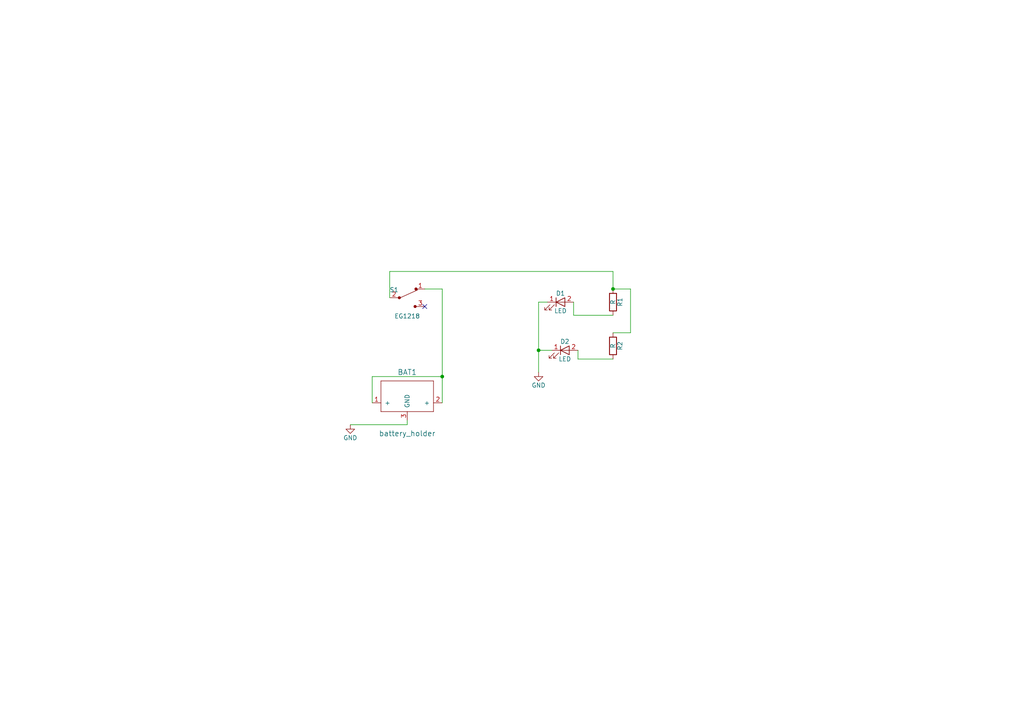
<source format=kicad_sch>
(kicad_sch
	(version 20231120)
	(generator "eeschema")
	(generator_version "8.0")
	(uuid "0a5d48ea-c8f1-4d06-8733-f4bd2294bfc0")
	(paper "A4")
	(lib_symbols
		(symbol "snowflake-cache:EG1218"
			(pin_names
				(offset 0)
			)
			(exclude_from_sim no)
			(in_bom yes)
			(on_board yes)
			(property "Reference" "S"
				(at -3.81 2.286 0)
				(effects
					(font
						(size 1.27 1.27)
					)
				)
			)
			(property "Value" "EG1218"
				(at 0 -5.334 0)
				(effects
					(font
						(size 1.27 1.27)
					)
				)
			)
			(property "Footprint" "digikey-footprints:Switch_Slide_11.6x4mm_EG1218"
				(at 5.08 5.08 0)
				(effects
					(font
						(size 1.27 1.27)
					)
					(justify left)
					(hide yes)
				)
			)
			(property "Datasheet" "http://spec_sheets.e-switch.com/specs/P040040.pdf"
				(at 5.08 7.62 0)
				(effects
					(font
						(size 1.524 1.524)
					)
					(justify left)
					(hide yes)
				)
			)
			(property "Description" ""
				(at 0 0 0)
				(effects
					(font
						(size 1.27 1.27)
					)
					(hide yes)
				)
			)
			(property "Digi-Key_PN" "EG1903-ND"
				(at 5.08 10.16 0)
				(effects
					(font
						(size 1.524 1.524)
					)
					(justify left)
					(hide yes)
				)
			)
			(property "MPN" "EG1218"
				(at 5.08 12.7 0)
				(effects
					(font
						(size 1.524 1.524)
					)
					(justify left)
					(hide yes)
				)
			)
			(property "Category" "Switches"
				(at 5.08 15.24 0)
				(effects
					(font
						(size 1.524 1.524)
					)
					(justify left)
					(hide yes)
				)
			)
			(property "Family" "Slide Switches"
				(at 5.08 17.78 0)
				(effects
					(font
						(size 1.524 1.524)
					)
					(justify left)
					(hide yes)
				)
			)
			(property "DK_Datasheet_Link" "http://spec_sheets.e-switch.com/specs/P040040.pdf"
				(at 5.08 20.32 0)
				(effects
					(font
						(size 1.524 1.524)
					)
					(justify left)
					(hide yes)
				)
			)
			(property "DK_Detail_Page" "/product-detail/en/e-switch/EG1218/EG1903-ND/101726"
				(at 5.08 22.86 0)
				(effects
					(font
						(size 1.524 1.524)
					)
					(justify left)
					(hide yes)
				)
			)
			(property "Description_1" "SWITCH SLIDE SPDT 200MA 30V"
				(at 5.08 25.4 0)
				(effects
					(font
						(size 1.524 1.524)
					)
					(justify left)
					(hide yes)
				)
			)
			(property "Manufacturer" "E-Switch"
				(at 5.08 27.94 0)
				(effects
					(font
						(size 1.524 1.524)
					)
					(justify left)
					(hide yes)
				)
			)
			(property "Status" "Active"
				(at 5.08 30.48 0)
				(effects
					(font
						(size 1.524 1.524)
					)
					(justify left)
					(hide yes)
				)
			)
			(symbol "EG1218_0_1"
				(circle
					(center -2.286 0)
					(radius 0.3556)
					(stroke
						(width 0)
						(type solid)
					)
					(fill
						(type outline)
					)
				)
				(polyline
					(pts
						(xy -2.032 0) (xy 3.048 2.286)
					)
					(stroke
						(width 0)
						(type solid)
					)
					(fill
						(type none)
					)
				)
				(circle
					(center 2.286 -2.54)
					(radius 0.3556)
					(stroke
						(width 0)
						(type solid)
					)
					(fill
						(type outline)
					)
				)
				(circle
					(center 2.54 2.54)
					(radius 0.3556)
					(stroke
						(width 0)
						(type solid)
					)
					(fill
						(type outline)
					)
				)
			)
			(symbol "EG1218_1_1"
				(pin passive line
					(at 5.08 2.54 180)
					(length 2.54)
					(name "~"
						(effects
							(font
								(size 1.27 1.27)
							)
						)
					)
					(number "1"
						(effects
							(font
								(size 1.27 1.27)
							)
						)
					)
				)
				(pin passive line
					(at -5.08 0 0)
					(length 2.54)
					(name "~"
						(effects
							(font
								(size 1.27 1.27)
							)
						)
					)
					(number "2"
						(effects
							(font
								(size 1.27 1.27)
							)
						)
					)
				)
				(pin passive line
					(at 5.08 -2.54 180)
					(length 2.54)
					(name "~"
						(effects
							(font
								(size 1.27 1.27)
							)
						)
					)
					(number "3"
						(effects
							(font
								(size 1.27 1.27)
							)
						)
					)
				)
			)
		)
		(symbol "snowflake-cache:GND"
			(power)
			(pin_names
				(offset 0)
			)
			(exclude_from_sim no)
			(in_bom yes)
			(on_board yes)
			(property "Reference" "#PWR"
				(at 0 -6.35 0)
				(effects
					(font
						(size 1.27 1.27)
					)
					(hide yes)
				)
			)
			(property "Value" "GND"
				(at 0 -3.81 0)
				(effects
					(font
						(size 1.27 1.27)
					)
				)
			)
			(property "Footprint" ""
				(at 0 0 0)
				(effects
					(font
						(size 1.27 1.27)
					)
					(hide yes)
				)
			)
			(property "Datasheet" ""
				(at 0 0 0)
				(effects
					(font
						(size 1.27 1.27)
					)
					(hide yes)
				)
			)
			(property "Description" ""
				(at 0 0 0)
				(effects
					(font
						(size 1.27 1.27)
					)
					(hide yes)
				)
			)
			(symbol "GND_0_1"
				(polyline
					(pts
						(xy 0 0) (xy 0 -1.27) (xy 1.27 -1.27) (xy 0 -2.54) (xy -1.27 -1.27) (xy 0 -1.27)
					)
					(stroke
						(width 0)
						(type solid)
					)
					(fill
						(type none)
					)
				)
			)
			(symbol "GND_1_1"
				(pin power_in line
					(at 0 0 270)
					(length 0) hide
					(name "GND"
						(effects
							(font
								(size 1.27 1.27)
							)
						)
					)
					(number "1"
						(effects
							(font
								(size 1.27 1.27)
							)
						)
					)
				)
			)
		)
		(symbol "snowflake-cache:LED"
			(pin_names
				(offset 1.016) hide)
			(exclude_from_sim no)
			(in_bom yes)
			(on_board yes)
			(property "Reference" "D"
				(at 0 2.54 0)
				(effects
					(font
						(size 1.27 1.27)
					)
				)
			)
			(property "Value" "LED"
				(at 0 -2.54 0)
				(effects
					(font
						(size 1.27 1.27)
					)
				)
			)
			(property "Footprint" ""
				(at 0 0 0)
				(effects
					(font
						(size 1.27 1.27)
					)
					(hide yes)
				)
			)
			(property "Datasheet" ""
				(at 0 0 0)
				(effects
					(font
						(size 1.27 1.27)
					)
					(hide yes)
				)
			)
			(property "Description" ""
				(at 0 0 0)
				(effects
					(font
						(size 1.27 1.27)
					)
					(hide yes)
				)
			)
			(property "ki_fp_filters" "LED*"
				(at 0 0 0)
				(effects
					(font
						(size 1.27 1.27)
					)
					(hide yes)
				)
			)
			(symbol "LED_0_1"
				(polyline
					(pts
						(xy -1.27 -1.27) (xy -1.27 1.27)
					)
					(stroke
						(width 0.2032)
						(type solid)
					)
					(fill
						(type none)
					)
				)
				(polyline
					(pts
						(xy -1.27 0) (xy 1.27 0)
					)
					(stroke
						(width 0)
						(type solid)
					)
					(fill
						(type none)
					)
				)
				(polyline
					(pts
						(xy 1.27 -1.27) (xy 1.27 1.27) (xy -1.27 0) (xy 1.27 -1.27)
					)
					(stroke
						(width 0.2032)
						(type solid)
					)
					(fill
						(type none)
					)
				)
				(polyline
					(pts
						(xy -3.048 -0.762) (xy -4.572 -2.286) (xy -3.81 -2.286) (xy -4.572 -2.286) (xy -4.572 -1.524)
					)
					(stroke
						(width 0)
						(type solid)
					)
					(fill
						(type none)
					)
				)
				(polyline
					(pts
						(xy -1.778 -0.762) (xy -3.302 -2.286) (xy -2.54 -2.286) (xy -3.302 -2.286) (xy -3.302 -1.524)
					)
					(stroke
						(width 0)
						(type solid)
					)
					(fill
						(type none)
					)
				)
			)
			(symbol "LED_1_1"
				(pin passive line
					(at -3.81 0 0)
					(length 2.54)
					(name "K"
						(effects
							(font
								(size 1.27 1.27)
							)
						)
					)
					(number "1"
						(effects
							(font
								(size 1.27 1.27)
							)
						)
					)
				)
				(pin passive line
					(at 3.81 0 180)
					(length 2.54)
					(name "A"
						(effects
							(font
								(size 1.27 1.27)
							)
						)
					)
					(number "2"
						(effects
							(font
								(size 1.27 1.27)
							)
						)
					)
				)
			)
		)
		(symbol "snowflake-cache:R"
			(pin_numbers hide)
			(pin_names
				(offset 0)
			)
			(exclude_from_sim no)
			(in_bom yes)
			(on_board yes)
			(property "Reference" "R"
				(at 2.032 0 90)
				(effects
					(font
						(size 1.27 1.27)
					)
				)
			)
			(property "Value" "R"
				(at 0 0 90)
				(effects
					(font
						(size 1.27 1.27)
					)
				)
			)
			(property "Footprint" ""
				(at -1.778 0 90)
				(effects
					(font
						(size 1.27 1.27)
					)
					(hide yes)
				)
			)
			(property "Datasheet" ""
				(at 0 0 0)
				(effects
					(font
						(size 1.27 1.27)
					)
					(hide yes)
				)
			)
			(property "Description" ""
				(at 0 0 0)
				(effects
					(font
						(size 1.27 1.27)
					)
					(hide yes)
				)
			)
			(property "ki_fp_filters" "R_* R_*"
				(at 0 0 0)
				(effects
					(font
						(size 1.27 1.27)
					)
					(hide yes)
				)
			)
			(symbol "R_0_1"
				(rectangle
					(start -1.016 -2.54)
					(end 1.016 2.54)
					(stroke
						(width 0.254)
						(type solid)
					)
					(fill
						(type none)
					)
				)
			)
			(symbol "R_1_1"
				(pin passive line
					(at 0 3.81 270)
					(length 1.27)
					(name "~"
						(effects
							(font
								(size 1.27 1.27)
							)
						)
					)
					(number "1"
						(effects
							(font
								(size 1.27 1.27)
							)
						)
					)
				)
				(pin passive line
					(at 0 -3.81 90)
					(length 1.27)
					(name "~"
						(effects
							(font
								(size 1.27 1.27)
							)
						)
					)
					(number "2"
						(effects
							(font
								(size 1.27 1.27)
							)
						)
					)
				)
			)
		)
		(symbol "snowflake-cache:battery_holder"
			(pin_names
				(offset 1.016)
			)
			(exclude_from_sim no)
			(in_bom yes)
			(on_board yes)
			(property "Reference" "BAT"
				(at 0 8.89 0)
				(effects
					(font
						(size 1.524 1.524)
					)
				)
			)
			(property "Value" "battery_holder"
				(at 0 -8.89 0)
				(effects
					(font
						(size 1.524 1.524)
					)
				)
			)
			(property "Footprint" ""
				(at 11.43 5.08 0)
				(effects
					(font
						(size 1.524 1.524)
					)
					(hide yes)
				)
			)
			(property "Datasheet" ""
				(at 11.43 5.08 0)
				(effects
					(font
						(size 1.524 1.524)
					)
					(hide yes)
				)
			)
			(property "Description" ""
				(at 0 0 0)
				(effects
					(font
						(size 1.27 1.27)
					)
					(hide yes)
				)
			)
			(symbol "battery_holder_0_1"
				(rectangle
					(start -7.62 -2.54)
					(end 7.62 -2.54)
					(stroke
						(width 0)
						(type solid)
					)
					(fill
						(type none)
					)
				)
				(rectangle
					(start -7.62 6.35)
					(end -7.62 -2.54)
					(stroke
						(width 0)
						(type solid)
					)
					(fill
						(type none)
					)
				)
				(rectangle
					(start 7.62 6.35)
					(end -7.62 6.35)
					(stroke
						(width 0)
						(type solid)
					)
					(fill
						(type none)
					)
				)
				(rectangle
					(start 7.62 6.35)
					(end 7.62 -2.54)
					(stroke
						(width 0)
						(type solid)
					)
					(fill
						(type none)
					)
				)
			)
			(symbol "battery_holder_1_1"
				(pin input line
					(at -10.16 0 0)
					(length 2.54)
					(name "+"
						(effects
							(font
								(size 1.27 1.27)
							)
						)
					)
					(number "1"
						(effects
							(font
								(size 1.27 1.27)
							)
						)
					)
				)
				(pin input line
					(at 10.16 0 180)
					(length 2.54)
					(name "+"
						(effects
							(font
								(size 1.27 1.27)
							)
						)
					)
					(number "2"
						(effects
							(font
								(size 1.27 1.27)
							)
						)
					)
				)
				(pin output line
					(at 0 -5.08 90)
					(length 2.54)
					(name "GND"
						(effects
							(font
								(size 1.27 1.27)
							)
						)
					)
					(number "3"
						(effects
							(font
								(size 1.27 1.27)
							)
						)
					)
				)
			)
		)
	)
	(junction
		(at 128.27 109.22)
		(diameter 0)
		(color 0 0 0 0)
		(uuid "d838a64b-e75d-4082-a2bf-9190a08691a4")
	)
	(junction
		(at 177.8 83.82)
		(diameter 0)
		(color 0 0 0 0)
		(uuid "ea71b1aa-7b4e-4608-9921-0b74fbd2309f")
	)
	(junction
		(at 156.21 101.6)
		(diameter 0)
		(color 0 0 0 0)
		(uuid "f0034bda-af39-4d2a-805b-c00e6314a180")
	)
	(no_connect
		(at 123.19 88.9)
		(uuid "38924e72-8277-4411-ad69-927b117513a1")
	)
	(wire
		(pts
			(xy 107.95 109.22) (xy 107.95 116.84)
		)
		(stroke
			(width 0)
			(type default)
		)
		(uuid "08bc807a-64c6-4ef9-b5d8-8f92ccac7fb5")
	)
	(wire
		(pts
			(xy 167.64 104.14) (xy 167.64 101.6)
		)
		(stroke
			(width 0)
			(type default)
		)
		(uuid "0a02d389-7c5b-4050-95f1-26bda2789373")
	)
	(wire
		(pts
			(xy 177.8 83.82) (xy 182.88 83.82)
		)
		(stroke
			(width 0)
			(type default)
		)
		(uuid "1647f22e-4562-4829-b41c-87d6a748a394")
	)
	(wire
		(pts
			(xy 177.8 104.14) (xy 167.64 104.14)
		)
		(stroke
			(width 0)
			(type default)
		)
		(uuid "33a4139e-1729-4591-881f-815de33cf6e9")
	)
	(wire
		(pts
			(xy 166.37 91.44) (xy 166.37 87.63)
		)
		(stroke
			(width 0)
			(type default)
		)
		(uuid "3a71e072-47d6-4912-ac14-eef66ccfbd9c")
	)
	(wire
		(pts
			(xy 160.02 101.6) (xy 156.21 101.6)
		)
		(stroke
			(width 0)
			(type default)
		)
		(uuid "43476b32-0cf4-4804-a533-224880764fd6")
	)
	(wire
		(pts
			(xy 182.88 96.52) (xy 177.8 96.52)
		)
		(stroke
			(width 0)
			(type default)
		)
		(uuid "5a921452-609b-4d6d-aa3e-9dedb527cada")
	)
	(wire
		(pts
			(xy 113.03 86.36) (xy 113.03 78.74)
		)
		(stroke
			(width 0)
			(type default)
		)
		(uuid "81efabe6-2c77-46ae-a9e4-6e42e212db95")
	)
	(wire
		(pts
			(xy 156.21 87.63) (xy 156.21 101.6)
		)
		(stroke
			(width 0)
			(type default)
		)
		(uuid "87d0af5a-92d9-4dec-9d2d-1c21f9f6928b")
	)
	(wire
		(pts
			(xy 177.8 78.74) (xy 177.8 83.82)
		)
		(stroke
			(width 0)
			(type default)
		)
		(uuid "88bcff8b-c1af-4f07-a670-1681a62b9da9")
	)
	(wire
		(pts
			(xy 182.88 83.82) (xy 182.88 96.52)
		)
		(stroke
			(width 0)
			(type default)
		)
		(uuid "88fa361e-2b06-47b9-9b87-a551ef105ae5")
	)
	(wire
		(pts
			(xy 101.6 123.19) (xy 118.11 123.19)
		)
		(stroke
			(width 0)
			(type default)
		)
		(uuid "a1d0d5fb-d61d-47e9-9db0-9356ede39143")
	)
	(wire
		(pts
			(xy 177.8 91.44) (xy 166.37 91.44)
		)
		(stroke
			(width 0)
			(type default)
		)
		(uuid "b4c4997a-5285-4796-a501-2de6a2ef314f")
	)
	(wire
		(pts
			(xy 123.19 83.82) (xy 128.27 83.82)
		)
		(stroke
			(width 0)
			(type default)
		)
		(uuid "c3d902b1-3a02-4cce-bcfd-9370039a0008")
	)
	(wire
		(pts
			(xy 113.03 78.74) (xy 177.8 78.74)
		)
		(stroke
			(width 0)
			(type default)
		)
		(uuid "c8587001-0128-4179-8983-35fc2e67af9c")
	)
	(wire
		(pts
			(xy 118.11 123.19) (xy 118.11 121.92)
		)
		(stroke
			(width 0)
			(type default)
		)
		(uuid "d3de8d90-e78b-4611-8bac-b8918dac6e8f")
	)
	(wire
		(pts
			(xy 156.21 101.6) (xy 156.21 107.95)
		)
		(stroke
			(width 0)
			(type default)
		)
		(uuid "d7496168-ca52-4f29-a220-7c57e2b51738")
	)
	(wire
		(pts
			(xy 128.27 83.82) (xy 128.27 109.22)
		)
		(stroke
			(width 0)
			(type default)
		)
		(uuid "d75b5914-acaa-4cc7-9012-707911922eee")
	)
	(wire
		(pts
			(xy 156.21 87.63) (xy 158.75 87.63)
		)
		(stroke
			(width 0)
			(type default)
		)
		(uuid "e608c65c-3964-4f65-9c7b-07524130309f")
	)
	(wire
		(pts
			(xy 107.95 109.22) (xy 128.27 109.22)
		)
		(stroke
			(width 0)
			(type default)
		)
		(uuid "e609ce15-4878-4091-86dd-f7b9ca3ae00d")
	)
	(wire
		(pts
			(xy 128.27 109.22) (xy 128.27 116.84)
		)
		(stroke
			(width 0)
			(type default)
		)
		(uuid "ea26fa27-daa8-48ad-a192-8cc9b903f005")
	)
	(symbol
		(lib_id "snowflake-cache:battery_holder")
		(at 118.11 116.84 0)
		(unit 1)
		(exclude_from_sim no)
		(in_bom yes)
		(on_board yes)
		(dnp no)
		(uuid "00000000-0000-0000-0000-0000628b801c")
		(property "Reference" "BAT1"
			(at 118.11 107.95 0)
			(effects
				(font
					(size 1.524 1.524)
				)
			)
		)
		(property "Value" "battery_holder"
			(at 118.11 125.73 0)
			(effects
				(font
					(size 1.524 1.524)
				)
			)
		)
		(property "Footprint" "battery_holder_edited:battery_holder2"
			(at 129.54 111.76 0)
			(effects
				(font
					(size 1.524 1.524)
				)
				(hide yes)
			)
		)
		(property "Datasheet" ""
			(at 129.54 111.76 0)
			(effects
				(font
					(size 1.524 1.524)
				)
				(hide yes)
			)
		)
		(property "Description" ""
			(at 118.11 116.84 0)
			(effects
				(font
					(size 1.27 1.27)
				)
				(hide yes)
			)
		)
		(pin "3"
			(uuid "5014da31-f4a5-414f-9668-970f91b2aa1f")
		)
		(pin "1"
			(uuid "eba35fef-6b4e-4df8-bb63-b8a50848b81e")
		)
		(pin "2"
			(uuid "8413206c-1b2d-4fcf-9c45-f718768f5b5d")
		)
		(instances
			(project ""
				(path "/0a5d48ea-c8f1-4d06-8733-f4bd2294bfc0"
					(reference "BAT1")
					(unit 1)
				)
			)
		)
	)
	(symbol
		(lib_id "snowflake-cache:EG1218")
		(at 118.11 86.36 0)
		(unit 1)
		(exclude_from_sim no)
		(in_bom yes)
		(on_board yes)
		(dnp no)
		(uuid "00000000-0000-0000-0000-0000628b8079")
		(property "Reference" "S1"
			(at 114.3 84.074 0)
			(effects
				(font
					(size 1.27 1.27)
				)
			)
		)
		(property "Value" "EG1218"
			(at 118.11 91.694 0)
			(effects
				(font
					(size 1.27 1.27)
				)
			)
		)
		(property "Footprint" "microbit_antweight:slide_switch"
			(at 123.19 81.28 0)
			(effects
				(font
					(size 1.27 1.27)
				)
				(justify left)
				(hide yes)
			)
		)
		(property "Datasheet" "http://spec_sheets.e-switch.com/specs/P040040.pdf"
			(at 123.19 78.74 0)
			(effects
				(font
					(size 1.524 1.524)
				)
				(justify left)
				(hide yes)
			)
		)
		(property "Description" ""
			(at 118.11 86.36 0)
			(effects
				(font
					(size 1.27 1.27)
				)
				(hide yes)
			)
		)
		(property "Digi-Key_PN" "EG1903-ND"
			(at 123.19 76.2 0)
			(effects
				(font
					(size 1.524 1.524)
				)
				(justify left)
				(hide yes)
			)
		)
		(property "MPN" "EG1218"
			(at 123.19 73.66 0)
			(effects
				(font
					(size 1.524 1.524)
				)
				(justify left)
				(hide yes)
			)
		)
		(property "Category" "Switches"
			(at 123.19 71.12 0)
			(effects
				(font
					(size 1.524 1.524)
				)
				(justify left)
				(hide yes)
			)
		)
		(property "Family" "Slide Switches"
			(at 123.19 68.58 0)
			(effects
				(font
					(size 1.524 1.524)
				)
				(justify left)
				(hide yes)
			)
		)
		(property "DK_Datasheet_Link" "http://spec_sheets.e-switch.com/specs/P040040.pdf"
			(at 123.19 66.04 0)
			(effects
				(font
					(size 1.524 1.524)
				)
				(justify left)
				(hide yes)
			)
		)
		(property "DK_Detail_Page" "/product-detail/en/e-switch/EG1218/EG1903-ND/101726"
			(at 123.19 63.5 0)
			(effects
				(font
					(size 1.524 1.524)
				)
				(justify left)
				(hide yes)
			)
		)
		(property "Description" "SWITCH SLIDE SPDT 200MA 30V"
			(at 123.19 60.96 0)
			(effects
				(font
					(size 1.524 1.524)
				)
				(justify left)
				(hide yes)
			)
		)
		(property "Manufacturer" "E-Switch"
			(at 123.19 58.42 0)
			(effects
				(font
					(size 1.524 1.524)
				)
				(justify left)
				(hide yes)
			)
		)
		(property "Status" "Active"
			(at 123.19 55.88 0)
			(effects
				(font
					(size 1.524 1.524)
				)
				(justify left)
				(hide yes)
			)
		)
		(pin "1"
			(uuid "79886d5e-aa93-40ac-b39e-ddb2eec57eda")
		)
		(pin "2"
			(uuid "acbe0f0b-3d4f-47a5-9ba8-3d3a11599637")
		)
		(pin "3"
			(uuid "a3de7572-9510-4f18-9998-5b338396dc4c")
		)
		(instances
			(project ""
				(path "/0a5d48ea-c8f1-4d06-8733-f4bd2294bfc0"
					(reference "S1")
					(unit 1)
				)
			)
		)
	)
	(symbol
		(lib_id "snowflake-cache:LED")
		(at 162.56 87.63 0)
		(unit 1)
		(exclude_from_sim no)
		(in_bom yes)
		(on_board yes)
		(dnp no)
		(uuid "00000000-0000-0000-0000-0000628b81b5")
		(property "Reference" "D1"
			(at 162.56 85.09 0)
			(effects
				(font
					(size 1.27 1.27)
				)
			)
		)
		(property "Value" "LED"
			(at 162.56 90.17 0)
			(effects
				(font
					(size 1.27 1.27)
				)
			)
		)
		(property "Footprint" "digikey-footprints:LED_5mm_Radial"
			(at 162.56 87.63 0)
			(effects
				(font
					(size 1.27 1.27)
				)
				(hide yes)
			)
		)
		(property "Datasheet" ""
			(at 162.56 87.63 0)
			(effects
				(font
					(size 1.27 1.27)
				)
				(hide yes)
			)
		)
		(property "Description" ""
			(at 162.56 87.63 0)
			(effects
				(font
					(size 1.27 1.27)
				)
				(hide yes)
			)
		)
		(pin "1"
			(uuid "8b35a425-af3d-4d0f-a8cb-5d79aeb5b232")
		)
		(pin "2"
			(uuid "7c36ec20-d64a-433e-b3f0-4fe46a60eb9e")
		)
		(instances
			(project ""
				(path "/0a5d48ea-c8f1-4d06-8733-f4bd2294bfc0"
					(reference "D1")
					(unit 1)
				)
			)
		)
	)
	(symbol
		(lib_id "snowflake-cache:LED")
		(at 163.83 101.6 0)
		(unit 1)
		(exclude_from_sim no)
		(in_bom yes)
		(on_board yes)
		(dnp no)
		(uuid "00000000-0000-0000-0000-0000628b8216")
		(property "Reference" "D2"
			(at 163.83 99.06 0)
			(effects
				(font
					(size 1.27 1.27)
				)
			)
		)
		(property "Value" "LED"
			(at 163.83 104.14 0)
			(effects
				(font
					(size 1.27 1.27)
				)
			)
		)
		(property "Footprint" "digikey-footprints:LED_5mm_Radial"
			(at 163.83 101.6 0)
			(effects
				(font
					(size 1.27 1.27)
				)
				(hide yes)
			)
		)
		(property "Datasheet" ""
			(at 163.83 101.6 0)
			(effects
				(font
					(size 1.27 1.27)
				)
				(hide yes)
			)
		)
		(property "Description" ""
			(at 163.83 101.6 0)
			(effects
				(font
					(size 1.27 1.27)
				)
				(hide yes)
			)
		)
		(pin "1"
			(uuid "2273f818-71e4-4dce-b1b5-506cad06fc6a")
		)
		(pin "2"
			(uuid "2c423d1b-c699-4c61-9d14-915e71d80891")
		)
		(instances
			(project ""
				(path "/0a5d48ea-c8f1-4d06-8733-f4bd2294bfc0"
					(reference "D2")
					(unit 1)
				)
			)
		)
	)
	(symbol
		(lib_id "snowflake-cache:R")
		(at 177.8 87.63 0)
		(unit 1)
		(exclude_from_sim no)
		(in_bom yes)
		(on_board yes)
		(dnp no)
		(uuid "00000000-0000-0000-0000-0000628b8261")
		(property "Reference" "R1"
			(at 179.832 87.63 90)
			(effects
				(font
					(size 1.27 1.27)
				)
			)
		)
		(property "Value" "R"
			(at 177.8 87.63 90)
			(effects
				(font
					(size 1.27 1.27)
				)
			)
		)
		(property "Footprint" "Resistor_THT:R_Axial_DIN0207_L6.3mm_D2.5mm_P7.62mm_Horizontal"
			(at 176.022 87.63 90)
			(effects
				(font
					(size 1.27 1.27)
				)
				(hide yes)
			)
		)
		(property "Datasheet" ""
			(at 177.8 87.63 0)
			(effects
				(font
					(size 1.27 1.27)
				)
				(hide yes)
			)
		)
		(property "Description" ""
			(at 177.8 87.63 0)
			(effects
				(font
					(size 1.27 1.27)
				)
				(hide yes)
			)
		)
		(pin "2"
			(uuid "71c0d082-572b-46d2-b5ee-7ed71b6270ea")
		)
		(pin "1"
			(uuid "6bb9844f-eab5-47eb-9255-df71a40d3223")
		)
		(instances
			(project ""
				(path "/0a5d48ea-c8f1-4d06-8733-f4bd2294bfc0"
					(reference "R1")
					(unit 1)
				)
			)
		)
	)
	(symbol
		(lib_id "snowflake-cache:R")
		(at 177.8 100.33 0)
		(unit 1)
		(exclude_from_sim no)
		(in_bom yes)
		(on_board yes)
		(dnp no)
		(uuid "00000000-0000-0000-0000-0000628b8334")
		(property "Reference" "R2"
			(at 179.832 100.33 90)
			(effects
				(font
					(size 1.27 1.27)
				)
			)
		)
		(property "Value" "R"
			(at 177.8 100.33 90)
			(effects
				(font
					(size 1.27 1.27)
				)
			)
		)
		(property "Footprint" "Resistor_THT:R_Axial_DIN0207_L6.3mm_D2.5mm_P7.62mm_Horizontal"
			(at 176.022 100.33 90)
			(effects
				(font
					(size 1.27 1.27)
				)
				(hide yes)
			)
		)
		(property "Datasheet" ""
			(at 177.8 100.33 0)
			(effects
				(font
					(size 1.27 1.27)
				)
				(hide yes)
			)
		)
		(property "Description" ""
			(at 177.8 100.33 0)
			(effects
				(font
					(size 1.27 1.27)
				)
				(hide yes)
			)
		)
		(pin "2"
			(uuid "641079ef-9f1c-41e0-b83e-57798e55ffeb")
		)
		(pin "1"
			(uuid "fbebade9-cb53-484e-83b6-21012f3273da")
		)
		(instances
			(project ""
				(path "/0a5d48ea-c8f1-4d06-8733-f4bd2294bfc0"
					(reference "R2")
					(unit 1)
				)
			)
		)
	)
	(symbol
		(lib_id "snowflake-cache:GND")
		(at 101.6 123.19 0)
		(unit 1)
		(exclude_from_sim no)
		(in_bom yes)
		(on_board yes)
		(dnp no)
		(uuid "00000000-0000-0000-0000-0000628b838b")
		(property "Reference" "#PWR01"
			(at 101.6 129.54 0)
			(effects
				(font
					(size 1.27 1.27)
				)
				(hide yes)
			)
		)
		(property "Value" "GND"
			(at 101.6 127 0)
			(effects
				(font
					(size 1.27 1.27)
				)
			)
		)
		(property "Footprint" ""
			(at 101.6 123.19 0)
			(effects
				(font
					(size 1.27 1.27)
				)
				(hide yes)
			)
		)
		(property "Datasheet" ""
			(at 101.6 123.19 0)
			(effects
				(font
					(size 1.27 1.27)
				)
				(hide yes)
			)
		)
		(property "Description" ""
			(at 101.6 123.19 0)
			(effects
				(font
					(size 1.27 1.27)
				)
				(hide yes)
			)
		)
		(pin "1"
			(uuid "ebd67b1c-6f63-49e2-bbbb-aec48c6f1f0a")
		)
		(instances
			(project ""
				(path "/0a5d48ea-c8f1-4d06-8733-f4bd2294bfc0"
					(reference "#PWR01")
					(unit 1)
				)
			)
		)
	)
	(symbol
		(lib_id "snowflake-cache:GND")
		(at 156.21 107.95 0)
		(unit 1)
		(exclude_from_sim no)
		(in_bom yes)
		(on_board yes)
		(dnp no)
		(uuid "00000000-0000-0000-0000-0000628b868f")
		(property "Reference" "#PWR02"
			(at 156.21 114.3 0)
			(effects
				(font
					(size 1.27 1.27)
				)
				(hide yes)
			)
		)
		(property "Value" "GND"
			(at 156.21 111.76 0)
			(effects
				(font
					(size 1.27 1.27)
				)
			)
		)
		(property "Footprint" ""
			(at 156.21 107.95 0)
			(effects
				(font
					(size 1.27 1.27)
				)
				(hide yes)
			)
		)
		(property "Datasheet" ""
			(at 156.21 107.95 0)
			(effects
				(font
					(size 1.27 1.27)
				)
				(hide yes)
			)
		)
		(property "Description" ""
			(at 156.21 107.95 0)
			(effects
				(font
					(size 1.27 1.27)
				)
				(hide yes)
			)
		)
		(pin "1"
			(uuid "3f2b8f46-b4f1-4304-b22a-2dd0ff67340d")
		)
		(instances
			(project ""
				(path "/0a5d48ea-c8f1-4d06-8733-f4bd2294bfc0"
					(reference "#PWR02")
					(unit 1)
				)
			)
		)
	)
	(sheet_instances
		(path "/"
			(page "1")
		)
	)
)

</source>
